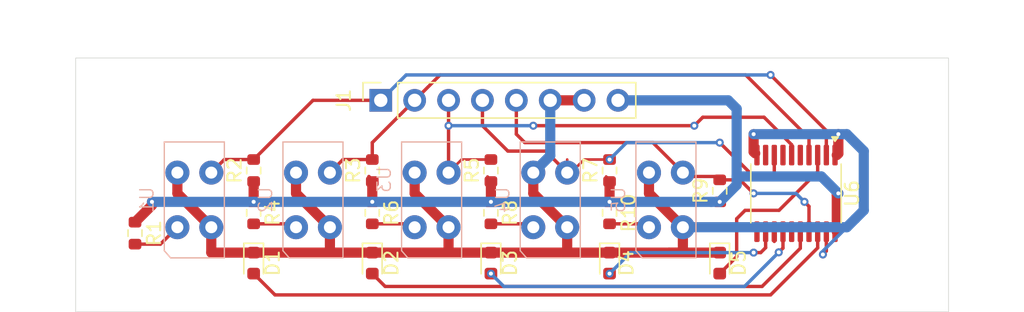
<source format=kicad_pcb>
(kicad_pcb (version 20241229) (generator "pcbnew") (generator_version "9.0")
  (layers (0 "F.Cu" signal) (2 "B.Cu" signal) (13 "F.Paste" user) (15 "B.Paste" user) (5 "F.SilkS" user "F.Silkscreen") (7 "B.SilkS" user "B.Silkscreen") (1 "F.Mask" user) (3 "B.Mask" user) (25 "Edge.Cuts" user))
  (net 0 "")
  (net 1 "O1")
  (net 2 "O4")
  (net 3 "O3")
  (net 4 "O5")
  (net 5 "O2")
  (net 6 "VCC")
  (net 7 "Net-(U1-Anode)")
  (net 8 "Net-(U2-Anode)")
  (net 9 "Net-(U3-Anode)")
  (net 10 "Net-(U4-Anode)")
  (net 11 "Net-(U5-Anode)")
  (net 12 "GND")
  (net 13 "Net-(D1-A)")
  (net 14 "Net-(D2-A)")
  (net 15 "Net-(D3-A)")
  (net 16 "Net-(D4-A)")
  (net 17 "Net-(D5-A)")
  (net 21 "unconnected-(U6-2A2-Pad13)")
  (footprint "Resistor_SMD:R_0603_1608Metric" (layer "F.Cu") (at 84.455 43.37 -90)
    (property "Reference" "R10" (at 0 -1.43 270) (layer "F.SilkS"))
    (property "Value" "200")
    (fp_line (start -0.237258 0.5225) (end 0.237258 0.5225) (stroke (width 0.12)) (layer "F.SilkS"))
    (fp_line (start -0.237258 -0.5225) (end 0.237258 -0.5225) (stroke (width 0.12)) (layer "F.SilkS"))
    (pad "1" smd roundrect (at -0.825 0 270) (size 0.8 0.95) (layers "F.Cu" "F.Mask" "F.Paste") (net 6 "VCC"))
    (pad "2" smd roundrect (at 0.825 0 270) (size 0.8 0.95) (layers "F.Cu" "F.Mask" "F.Paste") (net 11 "Net-(U5-Anode)"))
  )
  (footprint "LED_SMD:LED_0603_1608Metric" (layer "F.Cu") (at 92.71 47.1425 -90)
    (property "Reference" "D5" (at 0 -1.43 90) (layer "F.SilkS"))
    (property "Value" "LED")
    (fp_line (start -1.485 0.735) (end 0.8 0.735) (stroke (width 0.12)) (layer "F.SilkS"))
    (fp_line (start -1.485 -0.735) (end -1.485 0.735) (stroke (width 0.12)) (layer "F.SilkS"))
    (fp_line (start 0.8 -0.735) (end -1.485 -0.735) (stroke (width 0.12)) (layer "F.SilkS"))
    (pad "1" smd roundrect (at -0.7875 0 270) (size 0.875 0.95) (layers "F.Cu" "F.Mask" "F.Paste") (net 12 "GND"))
    (pad "2" smd roundrect (at 0.7875 0 270) (size 0.875 0.95) (layers "F.Cu" "F.Mask" "F.Paste") (net 17 "Net-(D5-A)"))
  )
  (footprint "Resistor_SMD:R_0603_1608Metric" (layer "F.Cu") (at 84.455 40.195 90)
    (property "Reference" "R7" (at 0 -1.43 90) (layer "F.SilkS"))
    (property "Value" "1k")
    (fp_line (start -0.237258 -0.5225) (end 0.237258 -0.5225) (stroke (width 0.12)) (layer "F.SilkS"))
    (fp_line (start -0.237258 0.5225) (end 0.237258 0.5225) (stroke (width 0.12)) (layer "F.SilkS"))
    (pad "1" smd roundrect (at -0.825 0 90) (size 0.8 0.95) (layers "F.Cu" "F.Mask" "F.Paste") (net 6 "VCC"))
    (pad "2" smd roundrect (at 0.825 0 90) (size 0.8 0.95) (layers "F.Cu" "F.Mask" "F.Paste") (net 2 "O4"))
  )
  (footprint "MountingHole:MountingHole_3.2mm_M3" (layer "F.Cu") (at 106.045 35.56)
    (property "Reference" "REF**" (hide yes))
    (property "Value" "MountingHole_3.2mm_M3")
    (pad "" np_thru_hole circle (at 0 0) (size 3.2 3.2) (drill 3.2) (layers "*.Cu" "*.Mask"))
  )
  (footprint "Resistor_SMD:R_0603_1608Metric" (layer "F.Cu") (at 66.675 40.195 90)
    (property "Reference" "R3" (at 0 -1.43 90) (layer "F.SilkS"))
    (property "Value" "1k")
    (fp_line (start -0.237258 -0.5225) (end 0.237258 -0.5225) (stroke (width 0.12)) (layer "F.SilkS"))
    (fp_line (start -0.237258 0.5225) (end 0.237258 0.5225) (stroke (width 0.12)) (layer "F.SilkS"))
    (pad "1" smd roundrect (at -0.825 0 90) (size 0.8 0.95) (layers "F.Cu" "F.Mask" "F.Paste") (net 6 "VCC"))
    (pad "2" smd roundrect (at 0.825 0 90) (size 0.8 0.95) (layers "F.Cu" "F.Mask" "F.Paste") (net 5 "O2"))
  )
  (footprint "Resistor_SMD:R_0603_1608Metric" (layer "F.Cu") (at 66.675 43.37 -90)
    (property "Reference" "R6" (at 0 -1.43 270) (layer "F.SilkS"))
    (property "Value" "200")
    (fp_line (start -0.237258 0.5225) (end 0.237258 0.5225) (stroke (width 0.12)) (layer "F.SilkS"))
    (fp_line (start -0.237258 -0.5225) (end 0.237258 -0.5225) (stroke (width 0.12)) (layer "F.SilkS"))
    (pad "1" smd roundrect (at -0.825 0 270) (size 0.8 0.95) (layers "F.Cu" "F.Mask" "F.Paste") (net 6 "VCC"))
    (pad "2" smd roundrect (at 0.825 0 270) (size 0.8 0.95) (layers "F.Cu" "F.Mask" "F.Paste") (net 9 "Net-(U3-Anode)"))
  )
  (footprint "Resistor_SMD:R_0603_1608Metric" (layer "F.Cu") (at 48.895 44.895 -90)
    (property "Reference" "R1" (at 0 -1.43 270) (layer "F.SilkS"))
    (property "Value" "220")
    (fp_line (start -0.237258 0.5225) (end 0.237258 0.5225) (stroke (width 0.12)) (layer "F.SilkS"))
    (fp_line (start -0.237258 -0.5225) (end 0.237258 -0.5225) (stroke (width 0.12)) (layer "F.SilkS"))
    (pad "1" smd roundrect (at -0.825 0 270) (size 0.8 0.95) (layers "F.Cu" "F.Mask" "F.Paste") (net 6 "VCC"))
    (pad "2" smd roundrect (at 0.825 0 270) (size 0.8 0.95) (layers "F.Cu" "F.Mask" "F.Paste") (net 7 "Net-(U1-Anode)"))
  )
  (footprint "MountingHole:MountingHole_3.2mm_M3" (layer "F.Cu") (at 48.26 35.56)
    (property "Reference" "REF**" (hide yes))
    (property "Value" "MountingHole_3.2mm_M3")
    (pad "" np_thru_hole circle (at 0 0) (size 3.2 3.2) (drill 3.2) (layers "*.Cu" "*.Mask"))
  )
  (footprint "Resistor_SMD:R_0603_1608Metric" (layer "F.Cu") (at 75.565 40.195 90)
    (property "Reference" "R5" (at 0 -1.43 90) (layer "F.SilkS"))
    (property "Value" "1k")
    (fp_line (start -0.237258 -0.5225) (end 0.237258 -0.5225) (stroke (width 0.12)) (layer "F.SilkS"))
    (fp_line (start -0.237258 0.5225) (end 0.237258 0.5225) (stroke (width 0.12)) (layer "F.SilkS"))
    (pad "1" smd roundrect (at -0.825 0 90) (size 0.8 0.95) (layers "F.Cu" "F.Mask" "F.Paste") (net 6 "VCC"))
    (pad "2" smd roundrect (at 0.825 0 90) (size 0.8 0.95) (layers "F.Cu" "F.Mask" "F.Paste") (net 3 "O3"))
  )
  (footprint "LED_SMD:LED_0603_1608Metric" (layer "F.Cu") (at 75.565 47.1425 -90)
    (property "Reference" "D3" (at 0 -1.43 90) (layer "F.SilkS"))
    (property "Value" "LED")
    (fp_line (start -1.485 0.735) (end 0.8 0.735) (stroke (width 0.12)) (layer "F.SilkS"))
    (fp_line (start -1.485 -0.735) (end -1.485 0.735) (stroke (width 0.12)) (layer "F.SilkS"))
    (fp_line (start 0.8 -0.735) (end -1.485 -0.735) (stroke (width 0.12)) (layer "F.SilkS"))
    (pad "1" smd roundrect (at -0.7875 0 270) (size 0.875 0.95) (layers "F.Cu" "F.Mask" "F.Paste") (net 12 "GND"))
    (pad "2" smd roundrect (at 0.7875 0 270) (size 0.875 0.95) (layers "F.Cu" "F.Mask" "F.Paste") (net 15 "Net-(D3-A)"))
  )
  (footprint "LED_SMD:LED_0603_1608Metric" (layer "F.Cu") (at 66.675 47.1425 -90)
    (property "Reference" "D2" (at 0 -1.43 90) (layer "F.SilkS"))
    (property "Value" "LED")
    (fp_line (start -1.485 0.735) (end 0.8 0.735) (stroke (width 0.12)) (layer "F.SilkS"))
    (fp_line (start -1.485 -0.735) (end -1.485 0.735) (stroke (width 0.12)) (layer "F.SilkS"))
    (fp_line (start 0.8 -0.735) (end -1.485 -0.735) (stroke (width 0.12)) (layer "F.SilkS"))
    (pad "1" smd roundrect (at -0.7875 0 270) (size 0.875 0.95) (layers "F.Cu" "F.Mask" "F.Paste") (net 12 "GND"))
    (pad "2" smd roundrect (at 0.7875 0 270) (size 0.875 0.95) (layers "F.Cu" "F.Mask" "F.Paste") (net 14 "Net-(D2-A)"))
  )
  (footprint "Connector_PinSocket_2.54mm:PinSocket_1x08_P2.54mm_Vertical" (layer "F.Cu") (at 67.31 34.925 90)
    (property "Reference" "J1" (at 0 -2.77 90) (layer "F.SilkS"))
    (property "Value" "Conn_01x08_Socket")
    (fp_line (start 1.33 -1.33) (end 1.33 0) (stroke (width 0.12)) (layer "F.SilkS"))
    (fp_line (start 0 -1.33) (end 1.33 -1.33) (stroke (width 0.12)) (layer "F.SilkS"))
    (fp_line (start 1.33 1.27) (end 1.33 19.11) (stroke (width 0.12)) (layer "F.SilkS"))
    (fp_line (start -1.33 1.27) (end 1.33 1.27) (stroke (width 0.12)) (layer "F.SilkS"))
    (fp_line (start -1.33 1.27) (end -1.33 19.11) (stroke (width 0.12)) (layer "F.SilkS"))
    (fp_line (start -1.33 19.11) (end 1.33 19.11) (stroke (width 0.12)) (layer "F.SilkS"))
    (pad "1" thru_hole rect (at 0 0 90) (size 1.7 1.7) (drill 1) (layers "*.Cu" "*.Mask") (net 1 "O1"))
    (pad "2" thru_hole circle (at 0 2.54 90) (size 1.7 1.7) (drill 1) (layers "*.Cu" "*.Mask") (net 5 "O2"))
    (pad "3" thru_hole circle (at 0 5.08 90) (size 1.7 1.7) (drill 1) (layers "*.Cu" "*.Mask") (net 3 "O3"))
    (pad "4" thru_hole circle (at 0 7.62 90) (size 1.7 1.7) (drill 1) (layers "*.Cu" "*.Mask") (net 2 "O4"))
    (pad "5" thru_hole circle (at 0 10.16 90) (size 1.7 1.7) (drill 1) (layers "*.Cu" "*.Mask") (net 4 "O5"))
    (pad "6" thru_hole circle (at 0 12.7 90) (size 1.7 1.7) (drill 1) (layers "*.Cu" "*.Mask") (net 12 "GND"))
    (pad "7" thru_hole circle (at 0 15.24 90) (size 1.7 1.7) (drill 1) (layers "*.Cu" "*.Mask") (net 12 "GND"))
    (pad "8" thru_hole circle (at 0 17.78 90) (size 1.7 1.7) (drill 1) (layers "*.Cu" "*.Mask") (net 6 "VCC"))
  )
  (footprint "Resistor_SMD:R_0603_1608Metric" (layer "F.Cu") (at 75.565 43.37 -90)
    (property "Reference" "R8" (at 0 -1.43 270) (layer "F.SilkS"))
    (property "Value" "200")
    (fp_line (start -0.237258 0.5225) (end 0.237258 0.5225) (stroke (width 0.12)) (layer "F.SilkS"))
    (fp_line (start -0.237258 -0.5225) (end 0.237258 -0.5225) (stroke (width 0.12)) (layer "F.SilkS"))
    (pad "1" smd roundrect (at -0.825 0 270) (size 0.8 0.95) (layers "F.Cu" "F.Mask" "F.Paste") (net 6 "VCC"))
    (pad "2" smd roundrect (at 0.825 0 270) (size 0.8 0.95) (layers "F.Cu" "F.Mask" "F.Paste") (net 10 "Net-(U4-Anode)"))
  )
  (footprint "Resistor_SMD:R_0603_1608Metric" (layer "F.Cu") (at 57.785 40.195 90)
    (property "Reference" "R2" (at 0 -1.43 90) (layer "F.SilkS"))
    (property "Value" "1k")
    (fp_line (start -0.237258 -0.5225) (end 0.237258 -0.5225) (stroke (width 0.12)) (layer "F.SilkS"))
    (fp_line (start -0.237258 0.5225) (end 0.237258 0.5225) (stroke (width 0.12)) (layer "F.SilkS"))
    (pad "1" smd roundrect (at -0.825 0 90) (size 0.8 0.95) (layers "F.Cu" "F.Mask" "F.Paste") (net 6 "VCC"))
    (pad "2" smd roundrect (at 0.825 0 90) (size 0.8 0.95) (layers "F.Cu" "F.Mask" "F.Paste") (net 1 "O1"))
  )
  (footprint "LED_SMD:LED_0603_1608Metric" (layer "F.Cu") (at 57.785 47.1425 -90)
    (property "Reference" "D1" (at 0 -1.43 90) (layer "F.SilkS"))
    (property "Value" "LED")
    (fp_line (start -1.485 0.735) (end 0.8 0.735) (stroke (width 0.12)) (layer "F.SilkS"))
    (fp_line (start -1.485 -0.735) (end -1.485 0.735) (stroke (width 0.12)) (layer "F.SilkS"))
    (fp_line (start 0.8 -0.735) (end -1.485 -0.735) (stroke (width 0.12)) (layer "F.SilkS"))
    (pad "1" smd roundrect (at -0.7875 0 270) (size 0.875 0.95) (layers "F.Cu" "F.Mask" "F.Paste") (net 12 "GND"))
    (pad "2" smd roundrect (at 0.7875 0 270) (size 0.875 0.95) (layers "F.Cu" "F.Mask" "F.Paste") (net 13 "Net-(D1-A)"))
  )
  (footprint "Resistor_SMD:R_0603_1608Metric" (layer "F.Cu") (at 57.785 43.37 -90)
    (property "Reference" "R4" (at 0 -1.43 270) (layer "F.SilkS"))
    (property "Value" "200")
    (fp_line (start -0.237258 0.5225) (end 0.237258 0.5225) (stroke (width 0.12)) (layer "F.SilkS"))
    (fp_line (start -0.237258 -0.5225) (end 0.237258 -0.5225) (stroke (width 0.12)) (layer "F.SilkS"))
    (pad "1" smd roundrect (at -0.825 0 270) (size 0.8 0.95) (layers "F.Cu" "F.Mask" "F.Paste") (net 6 "VCC"))
    (pad "2" smd roundrect (at 0.825 0 270) (size 0.8 0.95) (layers "F.Cu" "F.Mask" "F.Paste") (net 8 "Net-(U2-Anode)"))
  )
  (footprint "Resistor_SMD:R_0603_1608Metric" (layer "F.Cu") (at 92.71 41.72 90)
    (property "Reference" "R9" (at 0 -1.43 90) (layer "F.SilkS"))
    (property "Value" "1k")
    (fp_line (start -0.237258 -0.5225) (end 0.237258 -0.5225) (stroke (width 0.12)) (layer "F.SilkS"))
    (fp_line (start -0.237258 0.5225) (end 0.237258 0.5225) (stroke (width 0.12)) (layer "F.SilkS"))
    (pad "1" smd roundrect (at -0.825 0 90) (size 0.8 0.95) (layers "F.Cu" "F.Mask" "F.Paste") (net 6 "VCC"))
    (pad "2" smd roundrect (at 0.825 0 90) (size 0.8 0.95) (layers "F.Cu" "F.Mask" "F.Paste") (net 4 "O5"))
  )
  (footprint "LED_SMD:LED_0603_1608Metric" (layer "F.Cu") (at 84.455 47.1425 -90)
    (property "Reference" "D4" (at 0 -1.27 90) (layer "F.SilkS"))
    (property "Value" "LED")
    (fp_line (start -1.485 0.735) (end 0.8 0.735) (stroke (width 0.12)) (layer "F.SilkS"))
    (fp_line (start -1.485 -0.735) (end -1.485 0.735) (stroke (width 0.12)) (layer "F.SilkS"))
    (fp_line (start 0.8 -0.735) (end -1.485 -0.735) (stroke (width 0.12)) (layer "F.SilkS"))
    (pad "1" smd roundrect (at -0.7875 0 270) (size 0.875 0.95) (layers "F.Cu" "F.Mask" "F.Paste") (net 12 "GND"))
    (pad "2" smd roundrect (at 0.7875 0 270) (size 0.875 0.95) (layers "F.Cu" "F.Mask" "F.Paste") (net 16 "Net-(D4-A)"))
  )
  (footprint "Package_SO:SSOP-20_4.4x6.5mm_P0.65mm" (layer "F.Cu") (at 98.425 41.91 -90)
    (property "Reference" "U6" (at 0 -4.2 90) (layer "F.SilkS"))
    (property "Value" "74HC244")
    (fp_line (start 0 3.385) (end -2.2 3.385) (stroke (width 0.12)) (layer "F.SilkS"))
    (fp_line (start 0 3.385) (end 2.2 3.385) (stroke (width 0.12)) (layer "F.SilkS"))
    (fp_line (start 0 -3.385) (end -2.2 -3.385) (stroke (width 0.12)) (layer "F.SilkS"))
    (fp_line (start 0 -3.385) (end 2.2 -3.385) (stroke (width 0.12)) (layer "F.SilkS"))
    (fp_poly (pts (xy -3.91 -2.925) (xy -4.24 -2.685) (xy -4.24 -3.165)) (stroke (width 0.12)) (fill yes) (layer "F.SilkS"))
    (pad "1" smd roundrect (at -2.875 -2.925 270) (size 1.55 0.4) (layers "F.Cu" "F.Mask" "F.Paste") (net 12 "GND"))
    (pad "2" smd roundrect (at -2.875 -2.275 270) (size 1.55 0.4) (layers "F.Cu" "F.Mask" "F.Paste") (net 1 "O1"))
    (pad "3" smd roundrect (at -2.875 -1.625 270) (size 1.55 0.4) (layers "F.Cu" "F.Mask" "F.Paste") (net 17 "Net-(D5-A)"))
    (pad "4" smd roundrect (at -2.875 -0.975 270) (size 1.55 0.4) (layers "F.Cu" "F.Mask" "F.Paste") (net 5 "O2"))
    (pad "5" smd roundrect (at -2.875 -0.325 270) (size 1.55 0.4) (layers "F.Cu" "F.Mask" "F.Paste"))
    (pad "6" smd roundrect (at -2.875 0.325 270) (size 1.55 0.4) (layers "F.Cu" "F.Mask" "F.Paste") (net 3 "O3"))
    (pad "7" smd roundrect (at -2.875 0.975 270) (size 1.55 0.4) (layers "F.Cu" "F.Mask" "F.Paste"))
    (pad "8" smd roundrect (at -2.875 1.625 270) (size 1.55 0.4) (layers "F.Cu" "F.Mask" "F.Paste") (net 2 "O4"))
    (pad "9" smd roundrect (at -2.875 2.275 270) (size 1.55 0.4) (layers "F.Cu" "F.Mask" "F.Paste"))
    (pad "10" smd roundrect (at -2.875 2.925 270) (size 1.55 0.4) (layers "F.Cu" "F.Mask" "F.Paste") (net 12 "GND"))
    (pad "11" smd roundrect (at 2.875 2.925 270) (size 1.55 0.4) (layers "F.Cu" "F.Mask" "F.Paste"))
    (pad "12" smd roundrect (at 2.875 2.275 270) (size 1.55 0.4) (layers "F.Cu" "F.Mask" "F.Paste") (net 16 "Net-(D4-A)"))
    (pad "13" smd roundrect (at 2.875 1.625 270) (size 1.55 0.4) (layers "F.Cu" "F.Mask" "F.Paste") (net 21 "unconnected-(U6-2A2-Pad13)"))
    (pad "14" smd roundrect (at 2.875 0.975 270) (size 1.55 0.4) (layers "F.Cu" "F.Mask" "F.Paste") (net 15 "Net-(D3-A)"))
    (pad "15" smd roundrect (at 2.875 0.325 270) (size 1.55 0.4) (layers "F.Cu" "F.Mask" "F.Paste"))
    (pad "16" smd roundrect (at 2.875 -0.325 270) (size 1.55 0.4) (layers "F.Cu" "F.Mask" "F.Paste") (net 14 "Net-(D2-A)"))
    (pad "17" smd roundrect (at 2.875 -0.975 270) (size 1.55 0.4) (layers "F.Cu" "F.Mask" "F.Paste") (net 4 "O5"))
    (pad "18" smd roundrect (at 2.875 -1.625 270) (size 1.55 0.4) (layers "F.Cu" "F.Mask" "F.Paste") (net 13 "Net-(D1-A)"))
    (pad "19" smd roundrect (at 2.875 -2.275 270) (size 1.55 0.4) (layers "F.Cu" "F.Mask" "F.Paste") (net 12 "GND"))
    (pad "20" smd roundrect (at 2.875 -2.925 270) (size 1.55 0.4) (layers "F.Cu" "F.Mask" "F.Paste") (net 6 "VCC"))
  )
  (footprint "Library:LBR-127HLD" (layer "B.Cu") (at 62.23 42.4 -90)
    (property "Reference" "U2" (at 0 3.556 90) (layer "B.SilkS") (effects (font (thickness 0.1)) (justify mirror)))
    (property "Value" "LBR-127HLD")
    (fp_line (start -4.35 2.25) (end -4.35 -2.25) (stroke (width 0.1)) (layer "B.SilkS"))
    (fp_line (start 3.81 2.25) (end -4.35 2.25) (stroke (width 0.1)) (layer "B.SilkS"))
    (fp_line (start 3.81 2.25) (end 4.35 1.778) (stroke (width 0.1)) (layer "B.SilkS"))
    (fp_line (start -4.35 -2.25) (end 4.35 -2.25) (stroke (width 0.1)) (layer "B.SilkS"))
    (fp_line (start 4.35 -2.25) (end 4.35 1.778) (stroke (width 0.1)) (layer "B.SilkS"))
    (pad "1" thru_hole circle (at 2.05 1.27 270) (size 1.8 1.8) (drill 0.9) (layers "*.Cu" "*.Mask") (net 8 "Net-(U2-Anode)"))
    (pad "2" thru_hole circle (at 2.05 -1.27 270) (size 1.8 1.8) (drill 0.9) (layers "*.Cu" "*.Mask") (net 12 "GND"))
    (pad "3" thru_hole circle (at -2.05 1.27 270) (size 1.8 1.8) (drill 0.9) (layers "*.Cu" "*.Mask") (net 12 "GND"))
    (pad "4" thru_hole circle (at -2.05 -1.27 270) (size 1.8 1.8) (drill 0.9) (layers "*.Cu" "*.Mask") (net 5 "O2"))
  )
  (footprint "Library:LBR-127HLD" (layer "B.Cu") (at 53.34 42.4 -90)
    (property "Reference" "U1" (at 0 3.556 90) (layer "B.SilkS") (effects (font (thickness 0.1)) (justify mirror)))
    (property "Value" "LBR-127HLD")
    (fp_line (start -4.35 2.25) (end -4.35 -2.25) (stroke (width 0.1)) (layer "B.SilkS"))
    (fp_line (start 3.81 2.25) (end -4.35 2.25) (stroke (width 0.1)) (layer "B.SilkS"))
    (fp_line (start 3.81 2.25) (end 4.35 1.778) (stroke (width 0.1)) (layer "B.SilkS"))
    (fp_line (start -4.35 -2.25) (end 4.35 -2.25) (stroke (width 0.1)) (layer "B.SilkS"))
    (fp_line (start 4.35 -2.25) (end 4.35 1.778) (stroke (width 0.1)) (layer "B.SilkS"))
    (pad "1" thru_hole circle (at 2.05 1.27 270) (size 1.8 1.8) (drill 0.9) (layers "*.Cu" "*.Mask") (net 7 "Net-(U1-Anode)"))
    (pad "2" thru_hole circle (at 2.05 -1.27 270) (size 1.8 1.8) (drill 0.9) (layers "*.Cu" "*.Mask") (net 12 "GND"))
    (pad "3" thru_hole circle (at -2.05 1.27 270) (size 1.8 1.8) (drill 0.9) (layers "*.Cu" "*.Mask") (net 12 "GND"))
    (pad "4" thru_hole circle (at -2.05 -1.27 270) (size 1.8 1.8) (drill 0.9) (layers "*.Cu" "*.Mask") (net 1 "O1"))
  )
  (footprint "Library:LBR-127HLD" (layer "B.Cu") (at 71.12 42.4 -90)
    (property "Reference" "U3" (at -1.525 3.556 90) (layer "B.SilkS") (effects (font (thickness 0.1)) (justify mirror)))
    (property "Value" "LBR-127HLD")
    (fp_line (start -4.35 2.25) (end -4.35 -2.25) (stroke (width 0.1)) (layer "B.SilkS"))
    (fp_line (start 3.81 2.25) (end -4.35 2.25) (stroke (width 0.1)) (layer "B.SilkS"))
    (fp_line (start 3.81 2.25) (end 4.35 1.778) (stroke (width 0.1)) (layer "B.SilkS"))
    (fp_line (start -4.35 -2.25) (end 4.35 -2.25) (stroke (width 0.1)) (layer "B.SilkS"))
    (fp_line (start 4.35 -2.25) (end 4.35 1.778) (stroke (width 0.1)) (layer "B.SilkS"))
    (pad "1" thru_hole circle (at 2.05 1.27 270) (size 1.8 1.8) (drill 0.9) (layers "*.Cu" "*.Mask") (net 9 "Net-(U3-Anode)"))
    (pad "2" thru_hole circle (at 2.05 -1.27 270) (size 1.8 1.8) (drill 0.9) (layers "*.Cu" "*.Mask") (net 12 "GND"))
    (pad "3" thru_hole circle (at -2.05 1.27 270) (size 1.8 1.8) (drill 0.9) (layers "*.Cu" "*.Mask") (net 12 "GND"))
    (pad "4" thru_hole circle (at -2.05 -1.27 270) (size 1.8 1.8) (drill 0.9) (layers "*.Cu" "*.Mask") (net 3 "O3"))
  )
  (footprint "Library:LBR-127HLD" (layer "B.Cu") (at 88.68 42.4 -90)
    (property "Reference" "U5" (at 0 3.556 90) (layer "B.SilkS") (effects (font (thickness 0.1)) (justify mirror)))
    (property "Value" "LBR-127HLD")
    (fp_line (start -4.35 2.25) (end -4.35 -2.25) (stroke (width 0.1)) (layer "B.SilkS"))
    (fp_line (start 3.81 2.25) (end -4.35 2.25) (stroke (width 0.1)) (layer "B.SilkS"))
    (fp_line (start 3.81 2.25) (end 4.35 1.778) (stroke (width 0.1)) (layer "B.SilkS"))
    (fp_line (start -4.35 -2.25) (end 4.35 -2.25) (stroke (width 0.1)) (layer "B.SilkS"))
    (fp_line (start 4.35 -2.25) (end 4.35 1.778) (stroke (width 0.1)) (layer "B.SilkS"))
    (pad "1" thru_hole circle (at 2.05 1.27 270) (size 1.8 1.8) (drill 0.9) (layers "*.Cu" "*.Mask") (net 11 "Net-(U5-Anode)"))
    (pad "2" thru_hole circle (at 2.05 -1.27 270) (size 1.8 1.8) (drill 0.9) (layers "*.Cu" "*.Mask") (net 12 "GND"))
    (pad "3" thru_hole circle (at -2.05 1.27 270) (size 1.8 1.8) (drill 0.9) (layers "*.Cu" "*.Mask") (net 12 "GND"))
    (pad "4" thru_hole circle (at -2.05 -1.27 270) (size 1.8 1.8) (drill 0.9) (layers "*.Cu" "*.Mask") (net 4 "O5"))
  )
  (footprint "Library:LBR-127HLD" (layer "B.Cu") (at 80.01 42.4 -90)
    (property "Reference" "U4" (at 0 3.556 90) (layer "B.SilkS") (effects (font (thickness 0.1)) (justify mirror)))
    (property "Value" "LBR-127HLD")
    (fp_line (start -4.35 2.25) (end -4.35 -2.25) (stroke (width 0.1)) (layer "B.SilkS"))
    (fp_line (start 3.81 2.25) (end -4.35 2.25) (stroke (width 0.1)) (layer "B.SilkS"))
    (fp_line (start 3.81 2.25) (end 4.35 1.778) (stroke (width 0.1)) (layer "B.SilkS"))
    (fp_line (start -4.35 -2.25) (end 4.35 -2.25) (stroke (width 0.1)) (layer "B.SilkS"))
    (fp_line (start 4.35 -2.25) (end 4.35 1.778) (stroke (width 0.1)) (layer "B.SilkS"))
    (pad "1" thru_hole circle (at 2.05 1.27 270) (size 1.8 1.8) (drill 0.9) (layers "*.Cu" "*.Mask") (net 10 "Net-(U4-Anode)"))
    (pad "2" thru_hole circle (at 2.05 -1.27 270) (size 1.8 1.8) (drill 0.9) (layers "*.Cu" "*.Mask") (net 12 "GND"))
    (pad "3" thru_hole circle (at -2.05 1.27 270) (size 1.8 1.8) (drill 0.9) (layers "*.Cu" "*.Mask") (net 12 "GND"))
    (pad "4" thru_hole circle (at -2.05 -1.27 270) (size 1.8 1.8) (drill 0.9) (layers "*.Cu" "*.Mask") (net 2 "O4"))
  )
  (gr_rect (start 44.45 31.75) (end 109.855 50.8) (stroke (width 0.05)) (fill no) (layer "Edge.Cuts"))
  (segment (start 67.31 34.925) (end 62.23 34.925) (width 0.254) (layer "F.Cu") (net 1))
  (segment (start 100.7 37.2) (end 96.52 33.02) (width 0.254) (layer "F.Cu") (net 1))
  (segment (start 100.7 39.035) (end 100.7 37.2) (width 0.254) (layer "F.Cu") (net 1))
  (segment (start 62.23 34.925) (end 57.785 39.37) (width 0.254) (layer "F.Cu") (net 1))
  (segment (start 55.59 39.37) (end 57.785 39.37) (width 0.254) (layer "F.Cu") (net 1))
  (segment (start 54.61 40.35) (end 54.9 40.64) (width 0.254) (layer "F.Cu") (net 1))
  (segment (start 54.61 40.35) (end 55.59 39.37) (width 0.254) (layer "F.Cu") (net 1))
  (via (at 96.52 33.02) (size 0.6) (drill 0.3) (layers "F.Cu" "B.Cu") (net 1))
  (segment (start 69.215 33.02) (end 67.31 34.925) (width 0.254) (layer "B.Cu") (net 1))
  (segment (start 96.52 33.02) (end 69.215 33.02) (width 0.254) (layer "B.Cu") (net 1))
  (segment (start 81.57 40.35) (end 82.55 39.37) (width 0.2) (layer "F.Cu") (net 2))
  (segment (start 81.28 40.35) (end 81.57 40.64) (width 0.2) (layer "F.Cu") (net 2))
  (segment (start 92.71 38.1) (end 95.25 40.64) (width 0.254) (layer "F.Cu") (net 2))
  (segment (start 95.25 40.64) (end 96.5625 40.64) (width 0.254) (layer "F.Cu") (net 2))
  (segment (start 96.8 40.4025) (end 96.8 39.035) (width 0.254) (layer "F.Cu") (net 2))
  (segment (start 74.93 34.925) (end 74.93 36.83) (width 0.254) (layer "F.Cu") (net 2))
  (segment (start 74.93 36.83) (end 76.835 38.735) (width 0.254) (layer "F.Cu") (net 2))
  (segment (start 81.28 40.35) (end 81.57 40.35) (width 0.2) (layer "F.Cu") (net 2))
  (segment (start 76.835 38.735) (end 79.665 38.735) (width 0.254) (layer "F.Cu") (net 2))
  (segment (start 82.55 39.37) (end 84.455 39.37) (width 0.2) (layer "F.Cu") (net 2))
  (segment (start 79.665 38.735) (end 81.28 40.35) (width 0.254) (layer "F.Cu") (net 2))
  (segment (start 81.28 39.37) (end 81.28 40.35) (width 0.2) (layer "F.Cu") (net 2))
  (segment (start 96.5625 40.64) (end 96.8 40.4025) (width 0.254) (layer "F.Cu") (net 2))
  (via (at 84.455 39.37) (size 0.6) (drill 0.3) (layers "F.Cu" "B.Cu") (net 2))
  (via (at 92.71 38.1) (size 0.6) (drill 0.3) (layers "F.Cu" "B.Cu") (net 2))
  (segment (start 85.725 38.1) (end 84.455 39.37) (width 0.254) (layer "B.Cu") (net 2))
  (segment (start 92.71 38.1) (end 85.725 38.1) (width 0.254) (layer "B.Cu") (net 2))
  (segment (start 96.034999 36.195) (end 98.1 38.260001) (width 0.254) (layer "F.Cu") (net 3))
  (segment (start 91.44 36.195) (end 96.034999 36.195) (width 0.254) (layer "F.Cu") (net 3))
  (segment (start 90.805 36.83) (end 91.44 36.195) (width 0.254) (layer "F.Cu") (net 3))
  (segment (start 72.39 40.35) (end 72.68 40.64) (width 0.2) (layer "F.Cu") (net 3))
  (segment (start 72.39 36.83) (end 72.39 40.35) (width 0.254) (layer "F.Cu") (net 3))
  (segment (start 98.1 38.260001) (end 98.1 39.035) (width 0.254) (layer "F.Cu") (net 3))
  (segment (start 78.74 36.83) (end 90.805 36.83) (width 0.254) (layer "F.Cu") (net 3))
  (segment (start 72.39 34.925) (end 72.39 36.83) (width 0.254) (layer "F.Cu") (net 3))
  (segment (start 72.39 40.35) (end 73.37 39.37) (width 0.2) (layer "F.Cu") (net 3))
  (segment (start 73.37 39.37) (end 75.565 39.37) (width 0.2) (layer "F.Cu") (net 3))
  (via (at 72.39 36.83) (size 0.6) (drill 0.3) (layers "F.Cu" "B.Cu") (net 3))
  (via (at 90.805 36.83) (size 0.6) (drill 0.3) (layers "F.Cu" "B.Cu") (net 3))
  (via (at 78.74 36.83) (size 0.6) (drill 0.3) (layers "F.Cu" "B.Cu") (net 3))
  (segment (start 78.74 36.83) (end 72.39 36.83) (width 0.254) (layer "B.Cu") (net 3))
  (segment (start 99.4 44.785) (end 99.4 42.885) (width 0.254) (layer "F.Cu") (net 4))
  (segment (start 95.25 41.91) (end 94.235 40.895) (width 0.254) (layer "F.Cu") (net 4))
  (segment (start 87.7 38.1) (end 89.95 40.35) (width 0.254) (layer "F.Cu") (net 4))
  (segment (start 78.105 38.1) (end 87.7 38.1) (width 0.254) (layer "F.Cu") (net 4))
  (segment (start 89.95 40.35) (end 90.24 40.64) (width 0.254) (layer "F.Cu") (net 4))
  (segment (start 77.47 34.925) (end 77.47 37.465) (width 0.254) (layer "F.Cu") (net 4))
  (segment (start 77.47 37.465) (end 78.105 38.1) (width 0.254) (layer "F.Cu") (net 4))
  (segment (start 94.235 40.895) (end 92.71 40.895) (width 0.254) (layer "F.Cu") (net 4))
  (segment (start 99.4 42.885) (end 99.06 42.545) (width 0.254) (layer "F.Cu") (net 4))
  (segment (start 92.455 40.64) (end 92.71 40.895) (width 0.254) (layer "F.Cu") (net 4))
  (segment (start 90.24 40.64) (end 92.455 40.64) (width 0.254) (layer "F.Cu") (net 4))
  (via (at 95.25 41.91) (size 0.6) (drill 0.3) (layers "F.Cu" "B.Cu") (net 4))
  (via (at 99.06 42.545) (size 0.6) (drill 0.3) (layers "F.Cu" "B.Cu") (net 4))
  (segment (start 95.25 41.91) (end 98.425 41.91) (width 0.254) (layer "B.Cu") (net 4))
  (segment (start 98.425 41.91) (end 99.06 42.545) (width 0.254) (layer "B.Cu") (net 4))
  (segment (start 94.66 33.02) (end 71.755 33.02) (width 0.254) (layer "F.Cu") (net 5))
  (segment (start 71.755 33.02) (end 69.85 34.925) (width 0.254) (layer "F.Cu") (net 5))
  (segment (start 66.675 38.1) (end 66.675 39.37) (width 0.254) (layer "F.Cu") (net 5))
  (segment (start 99.4 39.035) (end 99.4 37.76) (width 0.254) (layer "F.Cu") (net 5))
  (segment (start 63.5 40.35) (end 64.48 39.37) (width 0.254) (layer "F.Cu") (net 5))
  (segment (start 69.85 34.925) (end 66.675 38.1) (width 0.254) (layer "F.Cu") (net 5))
  (segment (start 63.5 40.35) (end 63.79 40.64) (width 0.254) (layer "F.Cu") (net 5))
  (segment (start 99.4 37.76) (end 94.66 33.02) (width 0.254) (layer "F.Cu") (net 5))
  (segment (start 64.48 39.37) (end 66.675 39.37) (width 0.254) (layer "F.Cu") (net 5))
  (segment (start 75.31 40.64) (end 75.565 40.895) (width 0.2) (layer "F.Cu") (net 6))
  (segment (start 75.565 41.02) (end 75.565 42.545) (width 0.762) (layer "F.Cu") (net 6))
  (segment (start 57.785 41.02) (end 57.785 42.545) (width 0.762) (layer "F.Cu") (net 6))
  (segment (start 66.675 41.02) (end 66.675 42.545) (width 0.762) (layer "F.Cu") (net 6))
  (segment (start 50.165 42.545) (end 50.165 42.8) (width 0.762) (layer "F.Cu") (net 6))
  (segment (start 84.2 40.64) (end 84.455 40.895) (width 0.2) (layer "F.Cu") (net 6))
  (segment (start 50.165 42.8) (end 48.895 44.07) (width 0.762) (layer "F.Cu") (net 6))
  (segment (start 66.42 40.64) (end 66.675 40.895) (width 0.254) (layer "F.Cu") (net 6))
  (segment (start 101.482 42.028) (end 101.482 44.785) (width 0.762) (layer "F.Cu") (net 6))
  (segment (start 84.455 41.02) (end 84.455 42.545) (width 0.762) (layer "F.Cu") (net 6))
  (segment (start 101.6 41.91) (end 101.482 42.028) (width 0.762) (layer "F.Cu") (net 6))
  (via (at 92.71 42.545) (size 0.6) (drill 0.3) (layers "F.Cu" "B.Cu") (net 6))
  (via (at 50.165 42.545) (size 0.6) (drill 0.3) (layers "F.Cu" "B.Cu") (net 6))
  (via (at 57.785 42.545) (size 0.6) (drill 0.3) (layers "F.Cu" "B.Cu") (net 6))
  (via (at 101.6 41.91) (size 0.6) (drill 0.3) (layers "F.Cu" "B.Cu") (net 6))
  (via (at 84.455 42.545) (size 0.6) (drill 0.3) (layers "F.Cu" "B.Cu") (net 6))
  (via (at 66.675 42.545) (size 0.6) (drill 0.3) (layers "F.Cu" "B.Cu") (net 6))
  (via (at 75.565 42.545) (size 0.6) (drill 0.3) (layers "F.Cu" "B.Cu") (net 6))
  (segment (start 84.455 42.545) (end 76.2 42.545) (width 0.762) (layer "B.Cu") (net 6))
  (segment (start 100.33 40.64) (end 101.6 41.91) (width 0.762) (layer "B.Cu") (net 6))
  (segment (start 85.09 34.925) (end 93.345 34.925) (width 0.762) (layer "B.Cu") (net 6))
  (segment (start 92.075 42.545) (end 84.455 42.545) (width 0.762) (layer "B.Cu") (net 6))
  (segment (start 92.71 42.545) (end 92.075 42.545) (width 0.762) (layer "B.Cu") (net 6))
  (segment (start 57.785 42.545) (end 50.165 42.545) (width 0.762) (layer "B.Cu") (net 6))
  (segment (start 93.98 35.56) (end 93.98 40.64) (width 0.762) (layer "B.Cu") (net 6))
  (segment (start 76.2 42.545) (end 66.675 42.545) (width 0.762) (layer "B.Cu") (net 6))
  (segment (start 66.675 42.545) (end 57.785 42.545) (width 0.762) (layer "B.Cu") (net 6))
  (segment (start 93.98 40.64) (end 100.33 40.64) (width 0.762) (layer "B.Cu") (net 6))
  (segment (start 93.98 40.64) (end 93.98 41.275) (width 0.762) (layer "B.Cu") (net 6))
  (segment (start 93.98 41.275) (end 92.71 42.545) (width 0.762) (layer "B.Cu") (net 6))
  (segment (start 76.2 42.545) (end 75.565 42.545) (width 0.762) (layer "B.Cu") (net 6))
  (segment (start 93.345 34.925) (end 93.98 35.56) (width 0.762) (layer "B.Cu") (net 6))
  (segment (start 50.8 45.72) (end 48.895 45.72) (width 0.254) (layer "F.Cu") (net 7))
  (segment (start 52.07 44.45) (end 50.8 45.72) (width 0.254) (layer "F.Cu") (net 7))
  (segment (start 60.705 44.195) (end 60.96 44.45) (width 0.254) (layer "F.Cu") (net 8))
  (segment (start 57.785 44.195) (end 60.705 44.195) (width 0.254) (layer "F.Cu") (net 8))
  (segment (start 66.675 44.195) (end 69.595 44.195) (width 0.254) (layer "F.Cu") (net 9))
  (segment (start 69.595 44.195) (end 69.85 44.45) (width 0.254) (layer "F.Cu") (net 9))
  (segment (start 78.485 44.195) (end 78.74 44.45) (width 0.254) (layer "F.Cu") (net 10))
  (segment (start 75.565 44.195) (end 78.485 44.195) (width 0.254) (layer "F.Cu") (net 10))
  (segment (start 87.155 44.195) (end 87.41 44.45) (width 0.254) (layer "F.Cu") (net 11))
  (segment (start 84.455 44.195) (end 87.155 44.195) (width 0.254) (layer "F.Cu") (net 11))
  (segment (start 95.25 37.465) (end 95.25 38.785) (width 0.762) (layer "F.Cu") (net 12))
  (segment (start 101.6 38.917) (end 101.482 39.035) (width 0.762) (layer "F.Cu") (net 12))
  (segment (start 101.6 37.465) (end 101.6 38.917) (width 0.762) (layer "F.Cu") (net 12))
  (segment (start 88.9 46.355) (end 92.71 46.355) (width 0.762) (layer "F.Cu") (net 12))
  (segment (start 87.41 41.91) (end 89.95 44.45) (width 0.762) (layer "F.Cu") (net 12))
  (segment (start 52.07 41.91) (end 54.61 44.45) (width 0.762) (layer "F.Cu") (net 12))
  (segment (start 54.61 46.355) (end 63.5 46.355) (width 0.762) (layer "F.Cu") (net 12))
  (segment (start 78.74 40.35) (end 78.74 41.91) (width 0.762) (layer "F.Cu") (net 12))
  (segment (start 60.96 41.91) (end 63.5 44.45) (width 0.762) (layer "F.Cu") (net 12))
  (segment (start 69.85 40.35) (end 69.85 41.91) (width 0.762) (layer "F.Cu") (net 12))
  (segment (start 100.7 46.236713) (end 100.7 44.785) (width 0.254) (layer "F.Cu") (net 12))
  (segment (start 72.39 44.45) (end 72.39 46.355) (width 0.762) (layer "F.Cu") (net 12))
  (segment (start 89.95 46.355) (end 89.95 44.45) (width 0.762) (layer "F.Cu") (net 12))
  (segment (start 52.07 40.35) (end 52.07 41.91) (width 0.762) (layer "F.Cu") (net 12))
  (segment (start 81.28 46.355) (end 81.28 44.45) (width 0.762) (layer "F.Cu") (net 12))
  (segment (start 95.25 38.785) (end 95.368 38.903) (width 0.762) (layer "F.Cu") (net 12))
  (segment (start 63.5 46.355) (end 88.9 46.355) (width 0.762) (layer "F.Cu") (net 12))
  (segment (start 60.96 40.35) (end 60.96 41.91) (width 0.762) (layer "F.Cu") (net 12))
  (segment (start 78.74 41.91) (end 81.28 44.45) (width 0.762) (layer "F.Cu") (net 12))
  (segment (start 54.61 44.45) (end 54.61 46.355) (width 0.762) (layer "F.Cu") (net 12))
  (segment (start 100.441353 46.49536) (end 100.7 46.236713) (width 0.254) (layer "F.Cu") (net 12))
  (segment (start 80.01 34.925) (end 82.55 34.925) (width 0.762) (layer "F.Cu") (net 12))
  (segment (start 88.9 46.355) (end 89.95 46.355) (width 0.762) (layer "F.Cu") (net 12))
  (segment (start 69.85 41.91) (end 72.39 44.45) (width 0.762) (layer "F.Cu") (net 12))
  (segment (start 63.5 46.355) (end 63.5 44.45) (width 0.762) (layer "F.Cu") (net 12))
  (segment (start 87.41 40.35) (end 87.41 41.91) (width 0.762) (layer "F.Cu") (net 12))
  (via (at 95.25 37.465) (size 0.6) (drill 0.3) (layers "F.Cu" "B.Cu") (net 12))
  (via (at 100.441353 46.49536) (size 0.6) (drill 0.3) (layers "F.Cu" "B.Cu") (net 12))
  (via (at 101.6 37.465) (size 0.6) (drill 0.3) (layers "F.Cu" "B.Cu") (net 12))
  (segment (start 100.441353 46.49536) (end 100.33 46.384007) (width 0.254) (layer "B.Cu") (net 12))
  (segment (start 103.505 38.735) (end 102.235 37.465) (width 0.762) (layer "B.Cu") (net 12))
  (segment (start 100.33 46.384007) (end 100.33 46.355) (width 0.254) (layer "B.Cu") (net 12))
  (segment (start 102.235 44.45) (end 102.87 43.815) (width 0.762) (layer "B.Cu") (net 12))
  (segment (start 101.6 37.465) (end 95.25 37.465) (width 0.762) (layer "B.Cu") (net 12))
  (segment (start 80.01 39.08) (end 78.74 40.35) (width 0.762) (layer "B.Cu") (net 12))
  (segment (start 102.235 37.465) (end 101.6 37.465) (width 0.762) (layer "B.Cu") (net 12))
  (segment (start 103.505 43.18) (end 103.505 38.735) (width 0.762) (layer "B.Cu") (net 12))
  (segment (start 80.01 34.925) (end 80.01 39.08) (width 0.762) (layer "B.Cu") (net 12))
  (segment (start 100.33 46.355) (end 102.87 43.815) (width 0.254) (layer "B.Cu") (net 12))
  (segment (start 89.95 44.45) (end 102.235 44.45) (width 0.762) (layer "B.Cu") (net 12))
  (segment (start 102.87 43.815) (end 103.505 43.18) (width 0.762) (layer "B.Cu") (net 12))
  (segment (start 59.385 49.53) (end 96.52 49.53) (width 0.254) (layer "F.Cu") (net 13))
  (segment (start 100.05 46) (end 100.05 44.785) (width 0.254) (layer "F.Cu") (net 13))
  (segment (start 57.785 47.93) (end 59.385 49.53) (width 0.254) (layer "F.Cu") (net 13))
  (segment (start 96.52 49.53) (end 100.05 46) (width 0.254) (layer "F.Cu") (net 13))
  (segment (start 95.885 48.895) (end 67.64 48.895) (width 0.254) (layer "F.Cu") (net 14))
  (segment (start 98.75 46.03) (end 95.885 48.895) (width 0.254) (layer "F.Cu") (net 14))
  (segment (start 67.64 48.895) (end 66.675 47.93) (width 0.254) (layer "F.Cu") (net 14))
  (segment (start 98.75 44.785) (end 98.75 46.03) (width 0.254) (layer "F.Cu") (net 14))
  (segment (start 97.1325 46.3325) (end 97.45 46.015) (width 0.254) (layer "F.Cu") (net 15))
  (segment (start 97.45 46.015) (end 97.45 44.785) (width 0.254) (layer "F.Cu") (net 15))
  (via (at 97.1325 46.3325) (size 0.6) (drill 0.3) (layers "F.Cu" "B.Cu") (net 15))
  (via (at 75.565 47.93) (size 0.6) (drill 0.3) (layers "F.Cu" "B.Cu") (net 15))
  (segment (start 76.53 48.895) (end 75.565 47.93) (width 0.254) (layer "B.Cu") (net 15))
  (segment (start 94.57 48.895) (end 76.53 48.895) (width 0.254) (layer "B.Cu") (net 15))
  (segment (start 97.1325 46.3325) (end 94.57 48.895) (width 0.254) (layer "B.Cu") (net 15))
  (segment (start 96.15 44.785) (end 96.15 45.985) (width 0.254) (layer "F.Cu") (net 16))
  (segment (start 96.15 45.985) (end 95.78 46.355) (width 0.254) (layer "F.Cu") (net 16))
  (segment (start 95.78 46.355) (end 95.25 46.355) (width 0.254) (layer "F.Cu") (net 16))
  (via (at 95.25 46.355) (size 0.6) (drill 0.3) (layers "F.Cu" "B.Cu") (net 16))
  (via (at 84.455 47.93) (size 0.6) (drill 0.3) (layers "F.Cu" "B.Cu") (net 16))
  (segment (start 86.03 46.355) (end 95.25 46.355) (width 0.254) (layer "B.Cu") (net 16))
  (segment (start 84.455 47.93) (end 86.03 46.355) (width 0.254) (layer "B.Cu") (net 16))
  (segment (start 100.05 40.285) (end 97.155 43.18) (width 0.254) (layer "F.Cu") (net 17))
  (segment (start 100.05 39.035) (end 100.05 40.285) (width 0.254) (layer "F.Cu") (net 17))
  (segment (start 93.98 46.66) (end 92.71 47.93) (width 0.254) (layer "F.Cu") (net 17))
  (segment (start 97.155 43.18) (end 94.615 43.18) (width 0.254) (layer "F.Cu") (net 17))
  (segment (start 94.615 43.18) (end 93.98 43.815) (width 0.254) (layer "F.Cu") (net 17))
  (segment (start 93.98 43.815) (end 93.98 46.66) (width 0.254) (layer "F.Cu") (net 17))
  (segment (start 96.8 44.785) (end 96.8 45.518054) (width 0.254) (layer "F.Cu") (net 21))
)
</source>
